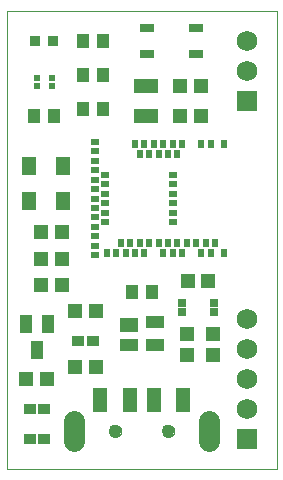
<source format=gts>
G75*
%MOIN*%
%OFA0B0*%
%FSLAX25Y25*%
%IPPOS*%
%LPD*%
%AMOC8*
5,1,8,0,0,1.08239X$1,22.5*
%
%ADD10C,0.00000*%
%ADD11R,0.01975X0.02762*%
%ADD12R,0.02762X0.01975*%
%ADD13R,0.07880X0.04731*%
%ADD14R,0.04534X0.04652*%
%ADD15R,0.04042X0.03313*%
%ADD16R,0.04652X0.04534*%
%ADD17R,0.06069X0.04337*%
%ADD18R,0.06069X0.05124*%
%ADD19C,0.07000*%
%ADD20C,0.04337*%
%ADD21R,0.05124X0.08274*%
%ADD22R,0.04337X0.04731*%
%ADD23R,0.04528X0.02953*%
%ADD24R,0.02565X0.02565*%
%ADD25R,0.03550X0.03550*%
%ADD26R,0.02362X0.01969*%
%ADD27R,0.06900X0.06900*%
%ADD28C,0.06900*%
%ADD29R,0.04337X0.05912*%
%ADD30R,0.05124X0.06306*%
D10*
X0022622Y0058041D02*
X0022622Y0210541D01*
X0112622Y0210541D01*
X0112622Y0058041D01*
X0022622Y0058041D01*
X0056795Y0070541D02*
X0056797Y0070629D01*
X0056803Y0070717D01*
X0056813Y0070805D01*
X0056827Y0070893D01*
X0056844Y0070979D01*
X0056866Y0071065D01*
X0056891Y0071149D01*
X0056921Y0071233D01*
X0056953Y0071315D01*
X0056990Y0071395D01*
X0057030Y0071474D01*
X0057074Y0071551D01*
X0057121Y0071626D01*
X0057171Y0071698D01*
X0057225Y0071769D01*
X0057281Y0071836D01*
X0057341Y0071902D01*
X0057403Y0071964D01*
X0057469Y0072024D01*
X0057536Y0072080D01*
X0057607Y0072134D01*
X0057679Y0072184D01*
X0057754Y0072231D01*
X0057831Y0072275D01*
X0057910Y0072315D01*
X0057990Y0072352D01*
X0058072Y0072384D01*
X0058156Y0072414D01*
X0058240Y0072439D01*
X0058326Y0072461D01*
X0058412Y0072478D01*
X0058500Y0072492D01*
X0058588Y0072502D01*
X0058676Y0072508D01*
X0058764Y0072510D01*
X0058852Y0072508D01*
X0058940Y0072502D01*
X0059028Y0072492D01*
X0059116Y0072478D01*
X0059202Y0072461D01*
X0059288Y0072439D01*
X0059372Y0072414D01*
X0059456Y0072384D01*
X0059538Y0072352D01*
X0059618Y0072315D01*
X0059697Y0072275D01*
X0059774Y0072231D01*
X0059849Y0072184D01*
X0059921Y0072134D01*
X0059992Y0072080D01*
X0060059Y0072024D01*
X0060125Y0071964D01*
X0060187Y0071902D01*
X0060247Y0071836D01*
X0060303Y0071769D01*
X0060357Y0071698D01*
X0060407Y0071626D01*
X0060454Y0071551D01*
X0060498Y0071474D01*
X0060538Y0071395D01*
X0060575Y0071315D01*
X0060607Y0071233D01*
X0060637Y0071149D01*
X0060662Y0071065D01*
X0060684Y0070979D01*
X0060701Y0070893D01*
X0060715Y0070805D01*
X0060725Y0070717D01*
X0060731Y0070629D01*
X0060733Y0070541D01*
X0060731Y0070453D01*
X0060725Y0070365D01*
X0060715Y0070277D01*
X0060701Y0070189D01*
X0060684Y0070103D01*
X0060662Y0070017D01*
X0060637Y0069933D01*
X0060607Y0069849D01*
X0060575Y0069767D01*
X0060538Y0069687D01*
X0060498Y0069608D01*
X0060454Y0069531D01*
X0060407Y0069456D01*
X0060357Y0069384D01*
X0060303Y0069313D01*
X0060247Y0069246D01*
X0060187Y0069180D01*
X0060125Y0069118D01*
X0060059Y0069058D01*
X0059992Y0069002D01*
X0059921Y0068948D01*
X0059849Y0068898D01*
X0059774Y0068851D01*
X0059697Y0068807D01*
X0059618Y0068767D01*
X0059538Y0068730D01*
X0059456Y0068698D01*
X0059372Y0068668D01*
X0059288Y0068643D01*
X0059202Y0068621D01*
X0059116Y0068604D01*
X0059028Y0068590D01*
X0058940Y0068580D01*
X0058852Y0068574D01*
X0058764Y0068572D01*
X0058676Y0068574D01*
X0058588Y0068580D01*
X0058500Y0068590D01*
X0058412Y0068604D01*
X0058326Y0068621D01*
X0058240Y0068643D01*
X0058156Y0068668D01*
X0058072Y0068698D01*
X0057990Y0068730D01*
X0057910Y0068767D01*
X0057831Y0068807D01*
X0057754Y0068851D01*
X0057679Y0068898D01*
X0057607Y0068948D01*
X0057536Y0069002D01*
X0057469Y0069058D01*
X0057403Y0069118D01*
X0057341Y0069180D01*
X0057281Y0069246D01*
X0057225Y0069313D01*
X0057171Y0069384D01*
X0057121Y0069456D01*
X0057074Y0069531D01*
X0057030Y0069608D01*
X0056990Y0069687D01*
X0056953Y0069767D01*
X0056921Y0069849D01*
X0056891Y0069933D01*
X0056866Y0070017D01*
X0056844Y0070103D01*
X0056827Y0070189D01*
X0056813Y0070277D01*
X0056803Y0070365D01*
X0056797Y0070453D01*
X0056795Y0070541D01*
X0074511Y0070541D02*
X0074513Y0070629D01*
X0074519Y0070717D01*
X0074529Y0070805D01*
X0074543Y0070893D01*
X0074560Y0070979D01*
X0074582Y0071065D01*
X0074607Y0071149D01*
X0074637Y0071233D01*
X0074669Y0071315D01*
X0074706Y0071395D01*
X0074746Y0071474D01*
X0074790Y0071551D01*
X0074837Y0071626D01*
X0074887Y0071698D01*
X0074941Y0071769D01*
X0074997Y0071836D01*
X0075057Y0071902D01*
X0075119Y0071964D01*
X0075185Y0072024D01*
X0075252Y0072080D01*
X0075323Y0072134D01*
X0075395Y0072184D01*
X0075470Y0072231D01*
X0075547Y0072275D01*
X0075626Y0072315D01*
X0075706Y0072352D01*
X0075788Y0072384D01*
X0075872Y0072414D01*
X0075956Y0072439D01*
X0076042Y0072461D01*
X0076128Y0072478D01*
X0076216Y0072492D01*
X0076304Y0072502D01*
X0076392Y0072508D01*
X0076480Y0072510D01*
X0076568Y0072508D01*
X0076656Y0072502D01*
X0076744Y0072492D01*
X0076832Y0072478D01*
X0076918Y0072461D01*
X0077004Y0072439D01*
X0077088Y0072414D01*
X0077172Y0072384D01*
X0077254Y0072352D01*
X0077334Y0072315D01*
X0077413Y0072275D01*
X0077490Y0072231D01*
X0077565Y0072184D01*
X0077637Y0072134D01*
X0077708Y0072080D01*
X0077775Y0072024D01*
X0077841Y0071964D01*
X0077903Y0071902D01*
X0077963Y0071836D01*
X0078019Y0071769D01*
X0078073Y0071698D01*
X0078123Y0071626D01*
X0078170Y0071551D01*
X0078214Y0071474D01*
X0078254Y0071395D01*
X0078291Y0071315D01*
X0078323Y0071233D01*
X0078353Y0071149D01*
X0078378Y0071065D01*
X0078400Y0070979D01*
X0078417Y0070893D01*
X0078431Y0070805D01*
X0078441Y0070717D01*
X0078447Y0070629D01*
X0078449Y0070541D01*
X0078447Y0070453D01*
X0078441Y0070365D01*
X0078431Y0070277D01*
X0078417Y0070189D01*
X0078400Y0070103D01*
X0078378Y0070017D01*
X0078353Y0069933D01*
X0078323Y0069849D01*
X0078291Y0069767D01*
X0078254Y0069687D01*
X0078214Y0069608D01*
X0078170Y0069531D01*
X0078123Y0069456D01*
X0078073Y0069384D01*
X0078019Y0069313D01*
X0077963Y0069246D01*
X0077903Y0069180D01*
X0077841Y0069118D01*
X0077775Y0069058D01*
X0077708Y0069002D01*
X0077637Y0068948D01*
X0077565Y0068898D01*
X0077490Y0068851D01*
X0077413Y0068807D01*
X0077334Y0068767D01*
X0077254Y0068730D01*
X0077172Y0068698D01*
X0077088Y0068668D01*
X0077004Y0068643D01*
X0076918Y0068621D01*
X0076832Y0068604D01*
X0076744Y0068590D01*
X0076656Y0068580D01*
X0076568Y0068574D01*
X0076480Y0068572D01*
X0076392Y0068574D01*
X0076304Y0068580D01*
X0076216Y0068590D01*
X0076128Y0068604D01*
X0076042Y0068621D01*
X0075956Y0068643D01*
X0075872Y0068668D01*
X0075788Y0068698D01*
X0075706Y0068730D01*
X0075626Y0068767D01*
X0075547Y0068807D01*
X0075470Y0068851D01*
X0075395Y0068898D01*
X0075323Y0068948D01*
X0075252Y0069002D01*
X0075185Y0069058D01*
X0075119Y0069118D01*
X0075057Y0069180D01*
X0074997Y0069246D01*
X0074941Y0069313D01*
X0074887Y0069384D01*
X0074837Y0069456D01*
X0074790Y0069531D01*
X0074746Y0069608D01*
X0074706Y0069687D01*
X0074669Y0069767D01*
X0074637Y0069849D01*
X0074607Y0069933D01*
X0074582Y0070017D01*
X0074560Y0070103D01*
X0074543Y0070189D01*
X0074529Y0070277D01*
X0074519Y0070365D01*
X0074513Y0070453D01*
X0074511Y0070541D01*
D11*
X0074807Y0129734D03*
X0077957Y0129734D03*
X0079532Y0133278D03*
X0076382Y0133278D03*
X0073232Y0133278D03*
X0070083Y0133278D03*
X0068508Y0129734D03*
X0066933Y0133278D03*
X0063784Y0133278D03*
X0065358Y0129734D03*
X0062209Y0129734D03*
X0059059Y0129734D03*
X0060634Y0133278D03*
X0055910Y0129734D03*
X0066933Y0162805D03*
X0065358Y0166348D03*
X0068508Y0166348D03*
X0070083Y0162805D03*
X0071658Y0166348D03*
X0073232Y0162805D03*
X0074807Y0166348D03*
X0076382Y0162805D03*
X0077957Y0166348D03*
X0079532Y0162805D03*
X0081106Y0166348D03*
X0087406Y0166348D03*
X0090555Y0166348D03*
X0094886Y0166348D03*
X0092130Y0133278D03*
X0090555Y0129734D03*
X0087406Y0129734D03*
X0088980Y0133278D03*
X0085831Y0133278D03*
X0082681Y0133278D03*
X0081106Y0129734D03*
X0094886Y0129734D03*
D12*
X0077957Y0140167D03*
X0077957Y0143317D03*
X0077957Y0146467D03*
X0077957Y0149616D03*
X0077957Y0152766D03*
X0077957Y0155915D03*
X0055516Y0155915D03*
X0055516Y0152766D03*
X0055516Y0149616D03*
X0055516Y0146467D03*
X0055516Y0143317D03*
X0055516Y0140167D03*
X0051973Y0138593D03*
X0051973Y0135443D03*
X0051973Y0132293D03*
X0051973Y0129144D03*
X0051973Y0141742D03*
X0051973Y0144892D03*
X0051973Y0148041D03*
X0051973Y0151191D03*
X0051973Y0154341D03*
X0051973Y0157490D03*
X0051973Y0160640D03*
X0051973Y0163789D03*
X0051973Y0166939D03*
D13*
X0068872Y0175620D03*
X0068872Y0185463D03*
D14*
X0080427Y0185541D03*
X0080427Y0175541D03*
X0087317Y0175541D03*
X0087317Y0185541D03*
X0089817Y0120541D03*
X0082927Y0120541D03*
X0052317Y0110541D03*
X0045427Y0110541D03*
X0041067Y0119291D03*
X0041067Y0128041D03*
X0041067Y0136791D03*
X0034177Y0136791D03*
X0034177Y0128041D03*
X0034177Y0119291D03*
X0045427Y0091791D03*
X0052317Y0091791D03*
X0036067Y0088041D03*
X0029177Y0088041D03*
D15*
X0030260Y0078041D03*
X0034984Y0078041D03*
X0034984Y0068041D03*
X0030260Y0068041D03*
X0046510Y0100541D03*
X0051234Y0100541D03*
D16*
X0082622Y0102736D03*
X0082622Y0095846D03*
X0091372Y0095846D03*
X0091372Y0102736D03*
D17*
X0071953Y0099301D03*
X0071953Y0106781D03*
X0063291Y0099301D03*
D18*
X0063291Y0105994D03*
D19*
X0045181Y0073841D02*
X0045181Y0067241D01*
X0090063Y0067241D02*
X0090063Y0073841D01*
D20*
X0076480Y0070541D03*
X0058764Y0070541D03*
D21*
X0063685Y0080778D03*
X0071559Y0080778D03*
X0081402Y0080778D03*
X0053843Y0080778D03*
D22*
X0064276Y0116791D03*
X0070969Y0116791D03*
X0038469Y0175541D03*
X0031776Y0175541D03*
X0048026Y0178041D03*
X0054719Y0178041D03*
X0054719Y0189291D03*
X0048026Y0189291D03*
X0048026Y0200541D03*
X0054719Y0200541D03*
D23*
X0069453Y0196309D03*
X0069453Y0204774D03*
X0085791Y0204774D03*
X0085791Y0196309D03*
D24*
X0081156Y0113268D03*
X0081156Y0110315D03*
X0091589Y0110315D03*
X0091589Y0113268D03*
D25*
X0038075Y0200541D03*
X0032169Y0200541D03*
D26*
X0032563Y0188169D03*
X0032563Y0185413D03*
X0037681Y0185413D03*
X0037681Y0188169D03*
D27*
X0102622Y0180541D03*
X0102622Y0068041D03*
D28*
X0102622Y0078041D03*
X0102622Y0088041D03*
X0102622Y0098041D03*
X0102622Y0108041D03*
X0102622Y0190541D03*
X0102622Y0200541D03*
D29*
X0036362Y0106122D03*
X0032622Y0097461D03*
X0028882Y0106122D03*
D30*
X0030122Y0147333D03*
X0030122Y0158750D03*
X0041372Y0158750D03*
X0041372Y0147333D03*
M02*

</source>
